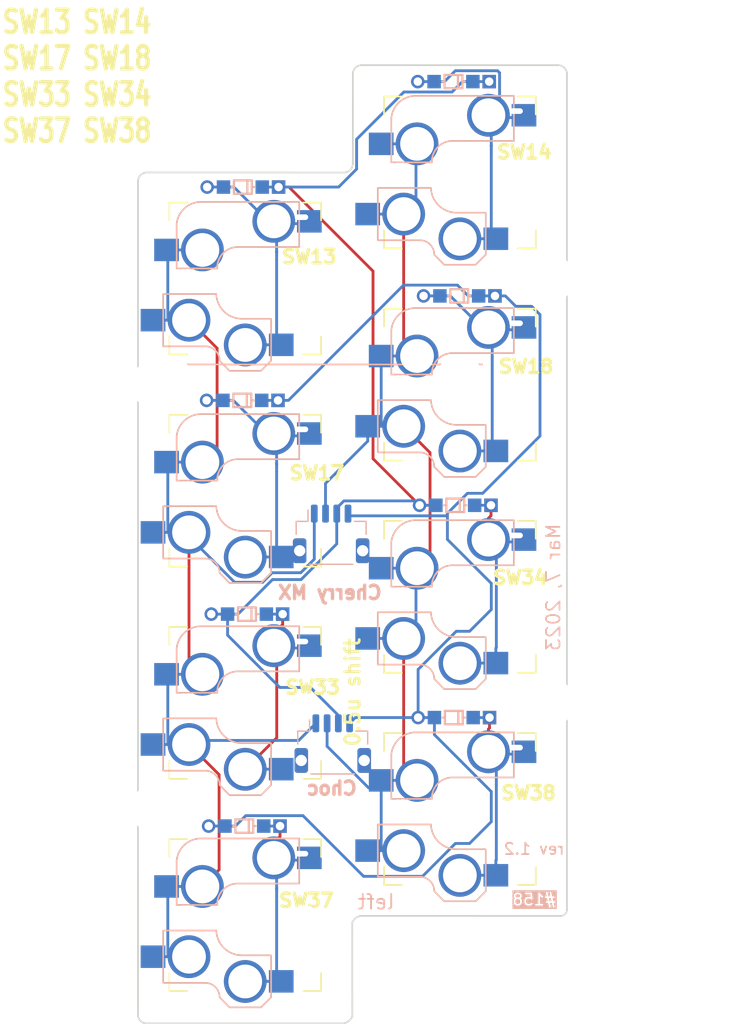
<source format=kicad_pcb>
(kicad_pcb (version 20221018) (generator pcbnew)
  (title_block (date "2023-01-26"))
  (layers (0 "F.Cu" signal) (31 "B.Cu" signal) (34 "B.Paste" user) (35 "F.Paste" user) (36 "B.SilkS" user "B.Silkscreen") (37 "F.SilkS" user "F.Silkscreen") (38 "B.Mask" user) (39 "F.Mask" user) (44 "Edge.Cuts" user))
  (net 0 "")
  (net 1 "PY4")
  (net 2 "Net-(D13-A)")
  (net 3 "Net-(D14-A)")
  (net 4 "PY5")
  (net 5 "Net-(D17-A)")
  (net 6 "Net-(D18-A)")
  (net 7 "Net-(D33-K)")
  (net 8 "Net-(D34-K)")
  (net 9 "Net-(D37-K)")
  (net 10 "Net-(D38-K)")
  (net 11 "PX1")
  (net 12 "PX2")
  (footprint "footprint:CherryMX_Choc_Hotswap_rev9_test" (layer "F.Cu") (at 35.818425 36.199675)
    (fp_text reference "SW13" hide)
    (fp_text value "SW_Push" hide)
  )
  (footprint "footprint:CherryMX_Choc_Hotswap_rev9_test" (layer "F.Cu") (at 54.908425 83.324675)
    (fp_text reference "SW38" hide)
    (fp_text value "SW_Push" hide)
  )
  (footprint "footprint:CherryMX_Choc_Hotswap_rev9_test" (layer "F.Cu") (at 35.818425 73.899675)
    (fp_text reference "SW33" hide)
    (fp_text value "SW_Push" hide)
  )
  (footprint "#footprint:M2_Nut_Hole_rev2" (layer "F.Cu") (at 62.128425 73.864675)
    (fp_text reference "H10")
    (fp_text value "MountingHole")
  )
  (footprint "footprint:CherryMX_Choc_Hotswap_rev9_test" (layer "F.Cu") (at 54.908425 45.624675)
    (fp_text reference "SW18" hide)
    (fp_text value "SW_Push" hide)
  )
  (footprint "footprint:diode_TH_SMD_rev3" (layer "F.Cu") (at 35.973425 66.014675 180)
    (fp_text reference "D33")
    (fp_text value "D" hide)
  )
  (footprint "footprint:CherryMX_Choc_Hotswap_rev9_test" (layer "F.Cu") (at 54.908425 64.474675)
    (fp_text reference "SW34" hide)
    (fp_text value "SW_Push" hide)
  )
  (footprint "footprint:CherryMX_Choc_Hotswap_rev9_test" (layer "F.Cu") (at 35.818425 92.749675)
    (fp_text reference "SW37" hide)
    (fp_text value "SW_Push" hide)
  )
  (footprint "footprint:diode_TH_SMD_rev3" (layer "F.Cu") (at 54.368425 75.204675 180)
    (fp_text reference "D38")
    (fp_text value "D" hide)
  )
  (footprint "#footprint:M2_Nut_Hole_rev2" (layer "F.Cu") (at 28.633425 45.599675)
    (fp_text reference "H12")
    (fp_text value "MountingHole")
  )
  (footprint "footprint:diode_TH_SMD_rev3" (layer "F.Cu") (at 35.738425 84.844675 180)
    (fp_text reference "D37")
    (fp_text value "D" hide)
  )
  (footprint "footprint:diode_TH_SMD_rev3" (layer "F.Cu") (at 54.498425 56.344675 180)
    (fp_text reference "D34")
    (fp_text value "D" hide)
  )
  (footprint "#footprint:M2_Nut_Hole_rev2" (layer "F.Cu") (at 28.608425 83.299675)
    (fp_text reference "H11")
    (fp_text value "MountingHole")
  )
  (footprint "footprint:diode_TH_SMD_rev3" (layer "F.Cu") (at 54.338425 18.704675 180)
    (fp_text reference "D14")
    (fp_text value "D" hide)
  )
  (footprint "footprint:diode_TH_SMD_rev3" (layer "F.Cu") (at 54.853425 37.744675 180)
    (fp_text reference "D18")
    (fp_text value "D" hide)
  )
  (footprint "footprint:CherryMX_Choc_Hotswap_rev9_test" (layer "F.Cu") (at 54.908425 26.774675)
    (fp_text reference "SW14" hide)
    (fp_text value "SW_Push" hide)
  )
  (footprint "footprint:diode_TH_SMD_rev3" (layer "F.Cu") (at 35.608425 28.074675 180)
    (fp_text reference "D13")
    (fp_text value "D" hide)
  )
  (footprint "footprint:diode_TH_SMD_rev3" (layer "F.Cu") (at 35.558425 47.024675 180)
    (fp_text reference "D17")
    (fp_text value "D" hide)
  )
  (footprint "#footprint:M2_Nut_Hole_rev2" (layer "F.Cu") (at 62.108425 36.184675)
    (fp_text reference "H9")
    (fp_text value "MountingHole")
  )
  (footprint "footprint:CherryMX_Choc_Hotswap_rev9_test" (layer "F.Cu") (at 35.818425 55.049675)
    (fp_text reference "SW17" hide)
    (fp_text value "SW_Push" hide)
  )
  (footprint "footprint:JST_SH_BM03B-SRSS-TB_1x04-1MP_P1.00mm_Vertical" (layer "B.Cu") (at 43.598425 77.514675)
    (fp_text reference "J8")
    (fp_text value "Conn_01x04")
  )
  (footprint "footprint:JST_SH_BM03B-SRSS-TB_1x04-1MP_P1.00mm_Vertical" (layer "B.Cu") (at 43.458425 58.884675)
    (fp_text reference "J9")
    (fp_text value "Conn_01x04")
  )
  (gr_line (start 26.717811 43.836917) (end 56.880387 43.836917) (stroke (width 0.15)) (layer "B.SilkS"))
  (gr_line (start 26.282538 27.550057) (end 26.281859 101.574912) (stroke (width 0.15)) (layer "Edge.Cuts"))
  (gr_line (start 27.049078 102.374675) (end 44.547771 102.374675) (stroke (width 0.15)) (layer "Edge.Cuts"))
  (gr_arc (start 27.049078 102.374674) (mid 26.493274 102.139981) (end 26.281859 101.574912) (stroke (width 0.15)) (layer "Edge.Cuts"))
  (gr_line (start 46.061224 92.821127) (end 63.918459 92.824675) (stroke (width 0.15)) (layer "Edge.Cuts"))
  (gr_arc (start 45.385932 18.035932) (mid 45.618429 17.474679) (end 46.179682 17.242182) (stroke (width 0.15)) (layer "Edge.Cuts"))
  (gr_arc (start 45.342346 101.766609) (mid 45.016175 102.163571) (end 44.547771 102.374674) (stroke (width 0.15)) (layer "Edge.Cuts"))
  (gr_arc (start 64.428061 92.288394) (mid 64.275114 92.653322) (end 63.918459 92.824675) (stroke (width 0.15)) (layer "Edge.Cuts"))
  (gr_line (start 64.428502 18.044345) (end 64.428061 92.288394) (stroke (width 0.15)) (layer "Edge.Cuts"))
  (gr_arc (start 45.388425 25.984675) (mid 45.176864 26.527843) (end 44.653579 26.784675) (stroke (width 0.15)) (layer "Edge.Cuts"))
  (gr_line (start 63.628425 17.244675) (end 46.179682 17.242182) (stroke (width 0.15)) (layer "Edge.Cuts"))
  (gr_arc (start 45.338425 93.414675) (mid 45.62924 93.031946) (end 46.061224 92.821127) (stroke (width 0.15)) (layer "Edge.Cuts"))
  (gr_line (start 45.338425 93.414675) (end 45.342346 101.766609) (stroke (width 0.15)) (layer "Edge.Cuts"))
  (gr_line (start 45.385932 18.035932) (end 45.388425 25.984675) (stroke (width 0.15)) (layer "Edge.Cuts"))
  (gr_arc (start 26.282538 27.550057) (mid 26.528426 26.994676) (end 27.095192 26.776307) (stroke (width 0.15)) (layer "Edge.Cuts"))
  (gr_arc (start 63.628425 17.244676) (mid 64.197444 17.480246) (end 64.445917 18.043757) (stroke (width 0.15)) (layer "Edge.Cuts"))
  (gr_line (start 44.653579 26.784675) (end 27.095192 26.776307) (stroke (width 0.15)) (layer "Edge.Cuts"))
  (gr_text "Mar 7, 2023" (at 63.218425 63.634675 90) (layer "B.SilkS") (effects (font (size 1.2 1.2)) (justify mirror)))
  (gr_text "Choc" (at 45.908425 82.184675) (layer "B.SilkS") (effects (font (size 1.2 1.2) (thickness 0.3) bold) (justify left bottom mirror)))
  (gr_text "Cherry MX" (at 48.118425 64.804675) (layer "B.SilkS") (effects (font (size 1.2 1.2) (thickness 0.3) bold) (justify left bottom mirror)))
  (gr_text "rev 1.2" (at 61.508425 86.874675) (layer "B.SilkS") (effects (font (size 1 1)) (justify mirror)))
  (gr_text "left" (at 49.218425 92.344675) (layer "B.SilkS") (effects (font (size 1.3 1.3) (thickness 0.1625)) (justify left bottom mirror)))
  (gr_text "#158" (at 61.508425 91.374675) (layer "B.SilkS" knockout) (effects (font (size 1 1)) (justify mirror)))
  (gr_text "SW14" (at 58.038425 25.664675) (layer "F.SilkS") (effects (font (size 1.2 1.2) (thickness 0.3) bold) (justify left bottom)))
  (gr_text "0.5u shift" (at 45.368425 72.954675 90) (layer "F.SilkS") (effects (font (size 1.3 1.3) (thickness 0.25))))
  (gr_text "SW37" (at 38.658425 92.154675) (layer "F.SilkS") (effects (font (size 1.2 1.2) (thickness 0.3) bold) (justify left bottom)))
  (gr_text "SW38" (at 58.418425 82.604675) (layer "F.SilkS") (effects (font (size 1.2 1.2) (thickness 0.3) bold) (justify left bottom)))
  (gr_text "SW13" (at 38.908425 34.964675) (layer "F.SilkS") (effects (font (size 1.2 1.2) (thickness 0.3) bold) (justify left bottom)))
  (gr_text "SW33" (at 39.218425 73.224675) (layer "F.SilkS") (effects (font (size 1.2 1.2) (thickness 0.3) bold) (justify left bottom)))
  (gr_text "SW18" (at 58.198425 44.714675) (layer "F.SilkS") (effects (font (size 1.2 1.2) (thickness 0.3) bold) (justify left bottom)))
  (gr_text "SW17" (at 39.588425 54.174675) (layer "F.SilkS") (effects (font (size 1.2 1.2) (thickness 0.3) bold) (justify left bottom)))
  (gr_text "SW13 SW14\nSW17 SW18\nSW33 SW34\nSW37 SW38" (at 14.04 24.24) (layer "F.SilkS") (effects (font (size 2 1.5) (thickness 0.375) bold) (justify left bottom)))
  (gr_text "SW34" (at 57.668425 63.474675) (layer "F.SilkS") (effects (font (size 1.2 1.2) (thickness 0.3) bold) (justify left bottom)))
  (segment (start 39.708525 28.074675) (end 47.184625 35.550775) (width 0.25) (layer "F.Cu") (net 1))
  (segment (start 38.783425 28.074675) (end 39.708525 28.074675) (width 0.25) (layer "F.Cu") (net 1))
  (segment (start 47.184625 52.205875) (end 51.323425 56.344675) (width 0.25) (layer "F.Cu") (net 1))
  (segment (start 47.184625 35.550775) (end 47.184625 52.205875) (width 0.25) (layer "F.Cu") (net 1))
  (segment (start 40.784125 62.944775) (end 43.958425 59.770475) (width 0.25) (layer "B.Cu") (net 1))
  (segment (start 44.121925 28.074675) (end 45.723625 26.472975) (width 0.25) (layer "B.Cu") (net 1))
  (segment (start 49.921625 19.629775) (end 54.213225 19.629775) (width 0.25) (layer "B.Cu") (net 1))
  (segment (start 34.248425 67.884475) (end 38.893125 72.529175) (width 0.25) (layer "B.Cu") (net 1))
  (segment (start 37.333425 28.074675) (end 38.783425 28.074675) (width 0.25) (layer "B.Cu") (net 1))
  (segment (start 38.783425 28.074675) (end 44.121925 28.074675) (width 0.25) (layer "B.Cu") (net 1))
  (segment (start 44.591125 55.955375) (end 43.958425 56.588075) (width 0.25) (layer "B.Cu") (net 1))
  (segment (start 55.600925 18.704675) (end 55.138325 18.704675) (width 0.25) (layer "B.Cu") (net 1))
  (segment (start 44.098425 75.009675) (end 44.098425 75.714675) (width 0.25) (layer "B.Cu") (net 1))
  (segment (start 35.173525 66.014675) (end 38.243425 62.944775) (width 0.25) (layer "B.Cu") (net 1))
  (segment (start 34.248425 66.014675) (end 35.173525 66.014675) (width 0.25) (layer "B.Cu") (net 1))
  (segment (start 45.723625 26.472975) (end 45.723625 23.827775) (width 0.25) (layer "B.Cu") (net 1))
  (segment (start 38.243425 62.944775) (end 40.784125 62.944775) (width 0.25) (layer "B.Cu") (net 1))
  (segment (start 43.958425 59.770475) (end 43.958425 57.084675) (width 0.25) (layer "B.Cu") (net 1))
  (segment (start 45.723625 23.827775) (end 49.921625 19.629775) (width 0.25) (layer "B.Cu") (net 1))
  (segment (start 55.600925 18.704675) (end 56.063425 18.704675) (width 0.25) (layer "B.Cu") (net 1))
  (segment (start 43.958425 56.588075) (end 43.958425 57.084675) (width 0.25) (layer "B.Cu") (net 1))
  (segment (start 34.248425 66.014675) (end 34.248425 67.884475) (width 0.25) (layer "B.Cu") (net 1))
  (segment (start 51.323425 56.344675) (end 52.773425 56.344675) (width 0.25) (layer "B.Cu") (net 1))
  (segment (start 32.798425 66.014675) (end 34.248425 66.014675) (width 0.25) (layer "B.Cu") (net 1))
  (segment (start 38.893125 72.529175) (end 41.617925 72.529175) (width 0.25) (layer "B.Cu") (net 1))
  (segment (start 56.063425 18.704675) (end 57.513425 18.704675) (width 0.25) (layer "B.Cu") (net 1))
  (segment (start 50.934125 55.955375) (end 44.591125 55.955375) (width 0.25) (layer "B.Cu") (net 1))
  (segment (start 54.213225 19.629775) (end 55.138325 18.704675) (width 0.25) (layer "B.Cu") (net 1))
  (segment (start 41.617925 72.529175) (end 44.098425 75.009675) (width 0.25) (layer "B.Cu") (net 1))
  (segment (start 51.323425 56.344675) (end 50.934125 55.955375) (width 0.25) (layer "B.Cu") (net 1))
  (segment (start 38.609625 33.803475) (end 38.609625 31.370875) (width 0.25) (layer "B.Cu") (net 2))
  (segment (start 38.609625 33.809075) (end 38.609625 33.806275) (width 0.25) (layer "B.Cu") (net 2))
  (segment (start 32.433425 28.074675) (end 33.883425 28.074675) (width 0.25) (layer "B.Cu") (net 2))
  (segment (start 38.609625 42.089675) (end 35.828425 42.089675) (width 0.25) (layer "B.Cu") (net 2))
  (segment (start 38.609625 42.089675) (end 38.609625 34.526575) (width 0.25) (layer "B.Cu") (net 2))
  (segment (start 37.853525 31.119675) (end 38.358425 31.119675) (width 0.25) (layer "B.Cu") (net 2))
  (segment (start 39.018425 42.089675) (end 38.609625 42.089675) (width 0.25) (layer "B.Cu") (net 2))
  (segment (start 34.808525 28.074675) (end 37.853525 31.119675) (width 0.25) (layer "B.Cu") (net 2))
  (segment (start 38.563425 31.324675) (end 41.406598 31.324675) (width 0.25) (layer "B.Cu") (net 2))
  (segment (start 38.609625 31.370875) (end 38.358425 31.119675) (width 0.25) (layer "B.Cu") (net 2))
  (segment (start 38.609625 33.804875) (end 38.609625 33.804175) (width 0.25) (layer "B.Cu") (net 2))
  (segment (start 38.609625 33.848575) (end 38.609625 33.825975) (width 0.25) (layer "B.Cu") (net 2))
  (segment (start 35.828425 42.089675) (end 35.818425 42.099675) (width 0.25) (layer "B.Cu") (net 2))
  (segment (start 38.609625 34.526575) (end 38.609625 34.164975) (width 0.25) (layer "B.Cu") (net 2))
  (segment (start 38.358425 31.119675) (end 38.563425 31.324675) (width 0.25) (layer "B.Cu") (net 2))
  (segment (start 38.609625 34.164975) (end 38.609625 33.984175) (width 0.25) (layer "B.Cu") (net 2))
  (segment (start 33.883425 28.074675) (end 34.808525 28.074675) (width 0.25) (layer "B.Cu") (net 2))
  (segment (start 38.609625 33.984175) (end 38.609625 33.893775) (width 0.25) (layer "B.Cu") (net 2))
  (segment (start 38.609625 33.806275) (end 38.609625 33.804875) (width 0.25) (layer "B.Cu") (net 2))
  (segment (start 38.609625 33.804175) (end 38.609625 33.803775) (width 0.25) (layer "B.Cu") (net 2))
  (segment (start 41.406598 31.324675) (end 41.565012 31.166261) (width 0.25) (layer "B.Cu") (net 2))
  (segment (start 38.609625 33.893775) (end 38.609625 33.848575) (width 0.25) (layer "B.Cu") (net 2))
  (segment (start 38.609625 33.803575) (end 38.609625 33.803475) (width 0.25) (layer "B.Cu") (net 2))
  (segment (start 38.609625 33.814675) (end 38.609625 33.809075) (width 0.25) (layer "B.Cu") (net 2))
  (segment (start 38.609625 33.803775) (end 38.609625 33.803575) (width 0.25) (layer "B.Cu") (net 2))
  (segment (start 38.609625 33.825975) (end 38.609625 33.814675) (width 0.25) (layer "B.Cu") (net 2))
  (segment (start 57.699625 24.378775) (end 57.699625 24.378575) (width 0.25) (layer "B.Cu") (net 3))
  (segment (start 51.163425 18.704675) (end 52.613425 18.704675) (width 0.25) (layer "B.Cu") (net 3))
  (segment (start 52.613425 18.704675) (end 53.538525 18.704675) (width 0.25) (layer "B.Cu") (net 3))
  (segment (start 60.496598 21.899675) (end 60.655012 21.741261) (width 0.25) (layer "B.Cu") (net 3))
  (segment (start 58.255725 17.740575) (end 58.438625 17.923475) (width 0.25) (layer "B.Cu") (net 3))
  (segment (start 57.699625 24.379875) (end 57.699625 24.379175) (width 0.25) (layer "B.Cu") (net 3))
  (segment (start 57.699625 24.379175) (end 57.699625 24.378775) (width 0.25) (layer "B.Cu") (net 3))
  (segment (start 54.918425 32.664675) (end 54.908425 32.674675) (width 0.25) (layer "B.Cu") (net 3))
  (segment (start 57.699625 24.389675) (end 57.699625 24.384075) (width 0.25) (layer "B.Cu") (net 3))
  (segment (start 57.699625 32.664675) (end 57.699625 25.101575) (width 0.25) (layer "B.Cu") (net 3))
  (segment (start 57.699625 24.378575) (end 57.699625 24.378475) (width 0.25) (layer "B.Cu") (net 3))
  (segment (start 57.653425 21.899675) (end 60.496598 21.899675) (width 0.25) (layer "B.Cu") (net 3))
  (segment (start 57.448425 21.694675) (end 57.653425 21.899675) (width 0.25) (layer "B.Cu") (net 3))
  (segment (start 58.108425 32.664675) (end 57.699625 32.664675) (width 0.25) (layer "B.Cu") (net 3))
  (segment (start 57.699625 24.378475) (end 57.699625 21.945875) (width 0.25) (layer "B.Cu") (net 3))
  (segment (start 57.699625 24.384075) (end 57.699625 24.381275) (width 0.25) (layer "B.Cu") (net 3))
  (segment (start 53.538525 18.704675) (end 54.502625 17.740575) (width 0.25) (layer "B.Cu") (net 3))
  (segment (start 57.699625 24.559175) (end 57.699625 24.468775) (width 0.25) (layer "B.Cu") (net 3))
  (segment (start 57.699625 32.664675) (end 54.918425 32.664675) (width 0.25) (layer "B.Cu") (net 3))
  (segment (start 58.438625 20.704475) (end 57.448425 21.694675) (width 0.25) (layer "B.Cu") (net 3))
  (segment (start 57.699625 21.945875) (end 57.448425 21.694675) (width 0.25) (layer "B.Cu") (net 3))
  (segment (start 57.699625 24.423575) (end 57.699625 24.400975) (width 0.25) (layer "B.Cu") (net 3))
  (segment (start 54.502625 17.740575) (end 58.255725 17.740575) (width 0.25) (layer "B.Cu") (net 3))
  (segment (start 57.699625 24.468775) (end 57.699625 24.423575) (width 0.25) (layer "B.Cu") (net 3))
  (segment (start 57.699625 25.101575) (end 57.699625 24.739975) (width 0.25) (layer "B.Cu") (net 3))
  (segment (start 57.699625 24.381275) (end 57.699625 24.379875) (width 0.25) (layer "B.Cu") (net 3))
  (segment (start 58.438625 17.923475) (end 58.438625 20.704475) (width 0.25) (layer "B.Cu") (net 3))
  (segment (start 57.699625 24.400975) (end 57.699625 24.389675) (width 0.25) (layer "B.Cu") (net 3))
  (segment (start 57.699625 24.739975) (end 57.699625 24.559175) (width 0.25) (layer "B.Cu") (net 3))
  (segment (start 52.643425 75.204675) (end 52.643425 76.727375) (width 0.25) (layer "B.Cu") (net 4))
  (segment (start 49.897625 36.785575) (end 39.658525 47.024675) (width 0.25) (layer "B.Cu") (net 4))
  (segment (start 56.578425 37.744675) (end 55.653325 37.744675) (width 0.25) (layer "B.Cu") (net 4))
  (segment (start 54.694225 36.785575) (end 49.897625 36.785575) (width 0.25) (layer "B.Cu") (net 4))
  (segment (start 51.193425 75.204675) (end 52.643425 75.204675) (width 0.25) (layer "B.Cu") (net 4))
  (segment (start 54.583025 67.540375) (end 55.768025 67.540375) (width 0.25) (layer "B.Cu") (net 4))
  (segment (start 55.653325 37.744675) (end 54.694225 36.785575) (width 0.25) (layer "B.Cu") (net 4))
  (segment (start 44.958425 57.084675) (end 45.155625 57.281875) (width 0.25) (layer "B.Cu") (net 4))
  (segment (start 52.643425 76.727375) (end 57.699625 81.783575) (width 0.25) (layer "B.Cu") (net 4))
  (segment (start 53.798825 57.060075) (end 55.578225 55.280675) (width 0.25) (layer "B.Cu") (net 4))
  (segment (start 35.863625 83.919575) (end 34.938525 84.844675) (width 0.25) (layer "B.Cu") (net 4))
  (segment (start 46.346325 89.309775) (end 40.956125 83.919575) (width 0.25) (layer "B.Cu") (net 4))
  (segment (start 55.578225 55.280675) (end 56.938025 55.280675) (width 0.25) (layer "B.Cu") (net 4))
  (segment (start 62.033625 50.185075) (end 62.033625 39.407775) (width 0.25) (layer "B.Cu") (net 4))
  (segment (start 45.155625 57.281875) (end 53.798825 57.281875) (width 0.25) (layer "B.Cu") (net 4))
  (segment (start 32.563425 84.844675) (end 34.013425 84.844675) (width 0.25) (layer "B.Cu") (net 4))
  (segment (start 54.503725 86.390375) (end 51.584325 89.309775) (width 0.25) (layer "B.Cu") (net 4))
  (segment (start 53.798825 59.381375) (end 53.798825 57.281875) (width 0.25) (layer "B.Cu") (net 4))
  (segment (start 57.700825 65.607575) (end 57.700825 63.283375) (width 0.25) (layer "B.Cu") (net 4))
  (segment (start 51.193425 75.204675) (end 51.193425 70.929975) (width 0.25) (layer "B.Cu") (net 4))
  (segment (start 45.608425 75.204675) (end 45.098425 75.714675) (width 0.25) (layer "B.Cu") (net 4))
  (segment (start 51.193425 70.929975) (end 54.583025 67.540375) (width 0.25) (layer "B.Cu") (net 4))
  (segment (start 55.767525 86.390375) (end 54.503725 86.390375) (width 0.25) (layer "B.Cu") (net 4))
  (segment (start 59.878625 38.669775) (end 58.953525 37.744675) (width 0.25) (layer "B.Cu") (net 4))
  (segment (start 53.798825 57.281875) (end 53.798825 57.060075) (width 0.25) (layer "B.Cu") (net 4))
  (segment (start 57.699625 84.458275) (end 55.767525 86.390375) (width 0.25) (layer "B.Cu") (net 4))
  (segment (start 51.584325 89.309775) (end 46.346325 89.309775) (width 0.25) (layer "B.Cu") (net 4))
  (segment (start 56.578425 37.744675) (end 58.028425 37.744675) (width 0.25) (layer "B.Cu") (net 4))
  (segment (start 51.193425 75.204675) (end 45.608425 75.204675) (width 0.25) (layer "B.Cu") (net 4))
  (segment (start 57.700825 63.283375) (end 53.798825 59.381375) (width 0.25) (layer "B.Cu") (net 4))
  (segment (start 56.938025 55.280675) (end 62.033625 50.185075) (width 0.25) (layer "B.Cu") (net 4))
  (segment (start 57.699625 81.783575) (end 57.699625 84.458275) (width 0.25) (layer "B.Cu") (net 4))
  (segment (start 38.733425 47.024675) (end 39.658525 47.024675) (width 0.25) (layer "B.Cu") (net 4))
  (segment (start 55.768025 67.540375) (end 57.700825 65.607575) (width 0.25) (layer "B.Cu") (net 4))
  (segment (start 40.956125 83.919575) (end 35.863625 83.919575) (width 0.25) (layer "B.Cu") (net 4))
  (segment (start 37.283425 47.024675) (end 38.733425 47.024675) (width 0.25) (layer "B.Cu") (net 4))
  (segment (start 58.028425 37.744675) (end 58.953525 37.744675) (width 0.25) (layer "B.Cu") (net 4))
  (segment (start 34.013425 84.844675) (end 34.938525 84.844675) (width 0.25) (layer "B.Cu") (net 4))
  (segment (start 61.295625 38.669775) (end 59.878625 38.669775) (width 0.25) (layer "B.Cu") (net 4))
  (segment (start 62.033625 39.407775) (end 61.295625 38.669775) (width 0.25) (layer "B.Cu") (net 4))
  (segment (start 38.609625 52.659075) (end 38.609625 52.656275) (width 0.25) (layer "B.Cu") (net 5))
  (segment (start 38.609625 52.834175) (end 38.609625 52.743775) (width 0.25) (layer "B.Cu") (net 5))
  (segment (start 38.609625 60.939675) (end 38.609625 53.376575) (width 0.25) (layer "B.Cu") (net 5))
  (segment (start 38.609625 52.675975) (end 38.609625 52.664675) (width 0.25) (layer "B.Cu") (net 5))
  (segment (start 38.609625 52.656275) (end 38.609625 52.654875) (width 0.25) (layer "B.Cu") (net 5))
  (segment (start 38.609625 52.743775) (end 38.609625 52.698575) (width 0.25) (layer "B.Cu") (net 5))
  (segment (start 33.833425 47.024675) (end 34.758525 47.024675) (width 0.25) (layer "B.Cu") (net 5))
  (segment (start 38.609625 52.654175) (end 38.609625 52.653775) (width 0.25) (layer "B.Cu") (net 5))
  (segment (start 35.828425 60.939675) (end 35.818425 60.949675) (width 0.25) (layer "B.Cu") (net 5))
  (segment (start 38.609625 60.939675) (end 35.828425 60.939675) (width 0.25) (layer "B.Cu") (net 5))
  (segment (start 38.563425 50.174675) (end 41.406598 50.174675) (width 0.25) (layer "B.Cu") (net 5))
  (segment (start 32.383425 47.024675) (end 33.833425 47.024675) (width 0.25) (layer "B.Cu") (net 5))
  (segment (start 38.609625 52.698575) (end 38.609625 52.675975) (width 0.25) (layer "B.Cu") (net 5))
  (segment (start 38.609625 53.376575) (end 38.609625 53.014975) (width 0.25) (layer "B.Cu") (net 5))
  (segment (start 38.609625 52.653775) (end 38.609625 52.653575) (width 0.25) (layer "B.Cu") (net 5))
  (segment (start 39.018425 60.939675) (end 38.609625 60.939675) (width 0.25) (layer "B.Cu") (net 5))
  (segment (start 41.406598 50.174675) (end 41.565012 50.016261) (width 0.25) (layer "B.Cu") (net 5))
  (segment (start 38.609625 52.654875) (end 38.609625 52.654175) (width 0.25) (layer "B.Cu") (net 5))
  (segment (start 38.609625 53.014975) (end 38.609625 52.834175) (width 0.25) (layer "B.Cu") (net 5))
  (segment (start 38.358425 49.969675) (end 38.563425 50.174675) (width 0.25) (layer "B.Cu") (net 5))
  (segment (start 38.609625 50.220875) (end 38.358425 49.969675) (width 0.25) (layer "B.Cu") (net 5))
  (segment (start 34.758525 47.024675) (end 37.703525 49.969675) (width 0.25) (layer "B.Cu") (net 5))
  (segment (start 38.609625 52.653575) (end 38.609625 52.653475) (width 0.25) (layer "B.Cu") (net 5))
  (segment (start 38.609625 52.664675) (end 38.609625 52.659075) (width 0.25) (layer "B.Cu") (net 5))
  (segment (start 37.703525 49.969675) (end 38.358425 49.969675) (width 0.25) (layer "B.Cu") (net 5))
  (segment (start 38.609625 52.653475) (end 38.609625 50.220875) (width 0.25) (layer "B.Cu") (net 5))
  (segment (start 53.128425 37.744675) (end 54.053525 37.744675) (width 0.25) (layer "B.Cu") (net 6))
  (segment (start 57.783425 43.192475) (end 57.783425 43.168575) (width 0.25) (layer "B.Cu") (net 6))
  (segment (start 57.783425 43.168575) (end 57.783425 43.156575) (width 0.25) (layer "B.Cu") (net 6))
  (segment (start 57.783425 40.879675) (end 57.448425 40.544675) (width 0.25) (layer "B.Cu") (net 6))
  (segment (start 57.448425 40.544675) (end 57.653425 40.749675) (width 0.25) (layer "B.Cu") (net 6))
  (segment (start 57.783425 43.146075) (end 57.783425 43.145375) (width 0.25) (layer "B.Cu") (net 6))
  (segment (start 57.783425 43.335875) (end 57.783425 43.240275) (width 0.25) (layer "B.Cu") (net 6))
  (segment (start 58.108425 51.514675) (end 57.783425 51.514675) (width 0.25) (layer "B.Cu") (net 6))
  (segment (start 56.853525 40.544675) (end 57.448425 40.544675) (width 0.25) (layer "B.Cu") (net 6))
  (segment (start 56.673325 51.524675) (end 56.683325 51.514675) (width 0.25) (layer "B.Cu") (net 6))
  (segment (start 57.783425 43.145375) (end 57.783425 43.144975) (width 0.25) (layer "B.Cu") (net 6))
  (segment (start 57.783425 43.909675) (end 57.783425 43.527175) (width 0.25) (layer "B.Cu") (net 6))
  (segment (start 57.783425 43.144675) (end 57.783425 40.879675) (width 0.25) (layer "B.Cu") (net 6))
  (segment (start 57.783425 43.240275) (end 57.783425 43.192475) (width 0.25) (layer "B.Cu") (net 6))
  (segment (start 57.783425 43.144775) (end 57.783425 43.144675) (width 0.25) (layer "B.Cu") (net 6))
  (segment (start 60.496598 40.749675) (end 60.655012 40.591261) (width 0.25) (layer "B.Cu") (net 6))
  (segment (start 54.053525 37.744675) (end 56.853525 40.544675) (width 0.25) (layer "B.Cu") (net 6))
  (segment (start 51.678425 37.744675) (end 53.128425 37.744675) (width 0.25) (layer "B.Cu") (net 6))
  (segment (start 54.908425 51.524675) (end 56.673325 51.524675) (width 0.25) (layer "B.Cu") (net 6))
  (segment (start 57.783425 51.514675) (end 56.683325 51.514675) (width 0.25) (layer "B.Cu") (net 6))
  (segment (start 57.783425 43.527175) (end 57.783425 43.335875) (width 0.25) (layer "B.Cu") (net 6))
  (segment (start 57.783425 43.156575) (end 57.783425 43.150575) (width 0.25) (layer "B.Cu") (net 6))
  (segment (start 57.783425 51.514675) (end 57.783425 43.909675) (width 0.25) (layer "B.Cu") (net 6))
  (segment (start 57.783425 43.147575) (end 57.783425 43.146075) (width 0.25) (layer "B.Cu") (net 6))
  (segment (start 57.783425 43.150575) (end 57.783425 43.147575) (width 0.25) (layer "B.Cu") (net 6))
  (segment (start 57.783425 43.144975) (end 57.783425 43.144775) (width 0.25) (layer "B.Cu") (net 6))
  (segment (start 57.653425 40.749675) (end 60.496598 40.749675) (width 0.25) (layer "B.Cu") (net 6))
  (segment (start 38.620725 76.997375) (end 38.620725 69.081975) (width 0.25) (layer "F.Cu") (net 7))
  (segment (start 38.620725 69.081975) (end 38.358425 68.819675) (width 0.25) (layer "F.Cu") (net 7))
  (segment (start 39.148425 66.939775) (end 38.358425 67.729775) (width 0.25) (layer "F.Cu") (net 7))
  (segment (start 38.358425 67.729775) (end 38.358425 68.819675) (width 0.25) (layer "F.Cu") (net 7))
  (segment (start 39.148425 66.014675) (end 39.148425 66.939775) (width 0.25) (layer "F.Cu") (net 7))
  (segment (start 35.818425 79.799675) (end 38.620725 76.997375) (width 0.25) (layer "F.Cu") (net 7))
  (segment (start 41.406598 69.024675) (end 41.565012 68.866261) (width 0.25) (layer "B.Cu") (net 7))
  (segment (start 38.358425 68.819675) (end 38.563425 69.024675) (width 0.25) (layer "B.Cu") (net 7))
  (segment (start 37.698425 66.014675) (end 39.148425 66.014675) (width 0.25) (layer "B.Cu") (net 7))
  (segment (start 38.563425 69.024675) (end 41.406598 69.024675) (width 0.25) (layer "B.Cu") (net 7))
  (segment (start 39.018425 79.789675) (end 35.828425 79.789675) (width 0.25) (layer "B.Cu") (net 7))
  (segment (start 35.828425 79.789675) (end 35.818425 79.799675) (width 0.25) (layer "B.Cu") (net 7))
  (segment (start 57.673425 56.344675) (end 57.673425 57.269775) (width 0.25) (layer "F.Cu") (net 8))
  (segment (start 57.448425 57.494775) (end 57.448425 59.394675) (width 0.25) (layer "F.Cu") (net 8))
  (segment (start 57.673425 57.269775) (end 57.448425 57.494775) (width 0.25) (layer "F.Cu") (net 8))
  (segment (start 57.448425 59.394675) (end 57.653425 59.599675) (width 0.25) (layer "B.Cu") (net 8))
  (segment (start 58.150925 60.097175) (end 57.448425 59.394675) (width 0.25) (layer "B.Cu") (net 8))
  (segment (start 58.108425 70.364675) (end 58.108425 69.039575) (width 0.25) (layer "B.Cu") (net 8))
  (segment (start 58.108425 70.364675) (end 54.918425 70.364675) (width 0.25) (layer "B.Cu") (net 8))
  (segment (start 58.150925 61.627175) (end 58.150925 60.097175) (width 0.25) (layer "B.Cu") (net 8))
  (segment (start 58.150925 61.627575) (end 58.150925 61.627375) (width 0.25) (layer "B.Cu") (net 8))
  (segment (start 58.150925 61.630575) (end 58.150925 61.628875) (width 0.25) (layer "B.Cu") (net 8))
  (segment (start 56.223425 56.344675) (end 57.673425 56.344675) (width 0.25) (layer "B.Cu") (net 8))
  (segment (start 60.496598 59.599675) (end 60.655012 59.441261) (width 0.25) (layer "B.Cu") (net 8))
  (segment (start 58.150925 61.738875) (end 58.150925 61.682975) (width 0.25) (layer "B.Cu") (net 8))
  (segment (start 58.150925 62.521175) (end 58.150925 62.074175) (width 0.25) (layer "B.Cu") (net 8))
  (segment (start 58.150925 61.628875) (end 58.150925 61.627975) (width 0.25) (layer "B.Cu") (net 8))
  (segment (start 58.150925 61.627975) (end 58.150925 61.627575) (width 0.25) (layer "B.Cu") (net 8))
  (segment (start 58.150925 62.074175) (end 58.150925 61.850675) (width 0.25) (layer "B.Cu") (net 8))
  (segment (start 58.150925 61.850675) (end 58.150925 61.738875) (width 0.25) (layer "B.Cu") (net 8))
  (segment (start 58.150925 61.627375) (end 58.150925 61.627275) (width 0.25) (layer "B.Cu") (net 8))
  (segment (start 58.150925 61.627275) (end 58.150925 61.627175) (width 0.25) (layer "B.Cu") (net 8))
  (segment (start 58.150925 61.634075) (end 58.150925 61.630575) (width 0.25) (layer "B.Cu") (net 8))
  (segment (start 58.150925 68.997075) (end 58.150925 62.521175) (width 0.25) (layer "B.Cu") (net 8))
  (segment (start 58.150925 61.641075) (end 58.150925 61.634075) (width 0.25) (layer "B.Cu") (net 8))
  (segment (start 58.108425 69.039575) (end 58.150925 68.997075) (width 0.25) (layer "B.Cu") (net 8))
  (segment (start 58.150925 61.655075) (end 58.150925 61.641075) (width 0.25) (layer "B.Cu") (net 8))
  (segment (start 54.918425 70.364675) (end 54.908425 70.374675) (width 0.25) (layer "B.Cu") (net 8))
  (segment (start 58.150925 61.682975) (end 58.150925 61.655075) (width 0.25) (layer "B.Cu") (net 8))
  (segment (start 57.653425 59.599675) (end 60.496598 59.599675) (width 0.25) (layer "B.Cu") (net 8))
  (segment (start 38.913425 85.769775) (end 38.358425 86.324775) (width 0.25) (layer "F.Cu") (net 9))
  (segment (start 38.913425 84.844675) (end 38.913425 85.769775) (width 0.25) (layer "F.Cu") (net 9))
  (segment (start 38.358425 86.324775) (end 38.358425 87.669675) (width 0.25) (layer "F.Cu") (net 9))
  (segment (start 38.610825 91.075975) (end 38.610825 90.714075) (width 0.25) (layer "B.Cu") (net 9))
  (segment (start 38.610825 90.374875) (end 38.610825 90.363575) (width 0.25) (layer "B.Cu") (net 9))
  (segment (start 38.610825 90.352275) (end 38.610825 87.922075) (width 0.25) (layer "B.Cu") (net 9))
  (segment (start 38.610825 90.352575) (end 38.610825 90.352375) (width 0.25) (layer "B.Cu") (net 9))
  (segment (start 38.358425 87.669675) (end 38.563425 87.874675) (width 0.25) (layer "B.Cu") (net 9))
  (segment (start 38.610825 90.397475) (end 38.610825 90.374875) (width 0.25) (layer "B.Cu") (net 9))
  (segment (start 38.610825 90.533175) (end 38.610825 90.442675) (width 0.25) (layer "B.Cu") (net 9))
  (segment (start 38.610825 90.442675) (end 38.610825 90.397475) (width 0.25) (layer "B.Cu") (net 9))
  (segment (start 38.610825 90.355075) (end 38.610825 90.353675) (width 0.25) (layer "B.Cu") (net 9))
  (segment (start 38.610825 90.714075) (end 38.610825 90.533175) (width 0.25) (layer "B.Cu") (net 9))
  (segment (start 38.610825 98.639675) (end 38.610825 91.075975) (width 0.25) (layer "B.Cu") (net 9))
  (segment (start 38.610825 90.353675) (end 38.610825 90.352975) (width 0.25) (layer "B.Cu") (net 9))
  (segment (start 35.828425 98.639675) (end 35.818425 98.649675) (width 0.25) (layer "B.Cu") (net 9))
  (segment (start 38.563425 87.874675) (end 41.406598 87.874675) (width 0.25) (layer "B.Cu") (net 9))
  (segment (start 38.610825 98.639675) (end 35.828425 98.639675) (width 0.25) (layer "B.Cu") (net 9))
  (segment (start 38.610825 90.357875) (end 38.610825 90.355075) (width 0.25) (layer "B.Cu") (net 9))
  (segment (start 38.610825 90.352975) (end 38.610825 90.352575) (width 0.25) (layer "B.Cu") (net 9))
  (segment (start 38.610825 90.363575) (end 38.610825 90.357875) (width 0.25) (layer "B.Cu") (net 9))
  (segment (start 39.018425 98.639675) (end 38.610825 98.639675) (width 0.25) (layer "B.Cu") (net 9))
  (segment (start 37.463425 84.844675) (end 38.913425 84.844675) (width 0.25) (layer "B.Cu") (net 9))
  (segment (start 38.610825 87.922075) (end 38.358425 87.669675) (width 0.25) (layer "B.Cu") (net 9))
  (segment (start 38.610825 90.352375) (end 38.610825 90.352275) (width 0.25) (layer "B.Cu") (net 9))
  (segment (start 41.406598 87.874675) (end 41.565012 87.716261) (width 0.25) (layer "B.Cu") (net 9))
  (segment (start 57.448425 76.224775) (end 57.448425 78.244675) (width 0.25) (layer "F.Cu") (net 10))
  (segment (start 57.543425 75.204675) (end 57.543425 76.129775) (width 0.25) (layer "F.Cu") (net 10))
  (segment (start 57.543425 76.129775) (end 57.448425 76.224775) (width 0.25) (layer "F.Cu") (net 10))
  (segment (start 58.149725 80.657975) (end 58.149725 80.568175) (width 0.25) (layer "B.Cu") (net 10))
  (segment (start 58.149725 80.479775) (end 58.149725 80.479075) (width 0.25) (layer "B.Cu") (net 10))
  (segment (start 56.093425 75.204675) (end 57.543425 75.204675) (width 0.25) (layer "B.Cu") (net 10))
  (segment (start 58.149725 80.568175) (end 58.149725 80.523275) (width 0.25) (layer "B.Cu") (net 10))
  (segment (start 58.149725 80.481175) (end 58.149725 80.479775) (width 0.25) (layer "B.Cu") (net 10))
  (segment (start 54.918425 89.214675) (end 54.908425 89.224675) (width 0.25) (layer "B.Cu") (net 10))
  (segment (start 58.149725 80.837575) (end 58.149725 80.657975) (width 0.25) (layer "B.Cu") (net 10))
  (segment (start 58.149725 80.479075) (end 58.149725 80.478675) (width 0.25) (layer "B.Cu") (net 10))
  (segment (start 58.149725 80.478675) (end 58.149725 80.478475) (width 0.25) (layer "B.Cu") (net 10))
  (segment (start 58.108425 89.214675) (end 54.918425 89.214675) (width 0.25) (layer "B.Cu") (net 10))
  (segment (start 58.149725 87.848275) (end 58.149725 81.196875) (width 0.25) (layer "B.Cu") (net 10))
  (segment (start 58.149725 80.483975) (end 58.149725 80.481175) (width 0.25) (layer "B.Cu") (net 10))
  (segment (start 58.149725 81.196875) (end 58.149725 80.837575) (width 0.25) (layer "B.Cu") (net 10))
  (segment (start 58.108425 89.214675) (end 58.108425 87.889575) (width 0.25) (layer "B.Cu") (net 10))
  (segment (start 58.149725 80.500775) (end 58.149725 80.489575) (width 0.25) (layer "B.Cu") (net 10))
  (segment (start 58.108425 87.889575) (end 58.149725 87.848275) (width 0.25) (layer "B.Cu") (net 10))
  (segment (start 57.448425 78.244675) (end 57.653425 78.449675) (width 0.25) (layer "B.Cu") (net 10))
  (segment (start 58.149725 80.478375) (end 58.149725 78.945975) (width 0.25) (layer "B.Cu") (net 10))
  (segment (start 57.653425 78.449675) (end 60.496598 78.449675) (width 0.25) (layer "B.Cu") (net 10))
  (segment (start 60.496598 78.449675) (end 60.655012 78.291261) (width 0.25) (layer "B.Cu") (net 10))
  (segment (start 58.149725 80.478475) (end 58.149725 80.478375) (width 0.25) (layer "B.Cu") (net 10))
  (segment (start 58.149725 80.523275) (end 58.149725 80.500775) (width 0.25) (layer "B.Cu") (net 10))
  (segment (start 58.149725 78.945975) (end 57.448425 78.244675) (width 0.25) (layer "B.Cu") (net 10))
  (segment (start 58.149725 80.489575) (end 58.149725 80.483975) (width 0.25) (layer "B.Cu") (net 10))
  (segment (start 30.818425 39.899675) (end 33.314825 42.396075) (width 0.25) (layer "F.Cu") (net 11))
  (segment (start 33.494125 88.723975) (end 33.494125 80.275375) (width 0.25) (layer "F.Cu") (net 11))
  (segment (start 33.314825 51.203275) (end 32.008425 52.509675) (width 0.25) (layer "F.Cu") (net 11))
  (segment (start 33.494125 80.275375) (end 30.818425 77.599675) (width 0.25) (layer "F.Cu") (net 11))
  (segment (start 30.818425 58.749675) (end 30.818425 70.169675) (width 0.25) (layer "F.Cu") (net 11))
  (segment (start 33.314825 42.396075) (end 33.314825 51.203275) (width 0.25) (layer "F.Cu") (net 11))
  (segment (start 30.818425 70.169675) (end 32.008425 71.359675) (width 0.25) (layer "F.Cu") (net 11))
  (segment (start 32.008425 90.209675) (end 33.494125 88.723975) (width 0.25) (layer "F.Cu") (net 11))
  (segment (start 28.932425 71.359675) (end 28.818425 71.359675) (width 0.25) (layer "B.Cu") (net 11))
  (segment (start 32.008425 71.359675) (end 28.932425 71.359675) (width 0.25) (layer "B.Cu") (net 11))
  (segment (start 32.008425 90.209675) (end 28.932425 90.209675) (width 0.25) (layer "B.Cu") (net 11))
  (segment (start 28.932425 58.749675) (end 27.618425 58.749675) (width 0.25) (layer "B.Cu") (net 11))
  (segment (start 40.574525 77.238575) (end 42.098425 75.714675) (width 0.25) (layer "B.Cu") (net 11))
  (segment (start 40.756925 62.335375) (end 38.216125 62.335375) (width 0.25) (layer "B.Cu") (net 11))
  (segment (start 30.818425 58.749675) (end 28.932425 58.749675) (width 0.25) (layer "B.Cu") (net 11))
  (segment (start 28.932425 52.509675) (end 28.932425 58.749675) (width 0.25) (layer "B.Cu") (net 11))
  (segment (start 30.818425 59.128775) (end 30.818425 58.749675) (width 0.25) (layer "B.Cu") (net 11))
  (segment (start 28.932425 33.659675) (end 28.818425 33.659675) (width 0.25) (layer "B.Cu") (net 11))
  (segment (start 41.958425 57.084675) (end 41.958425 61.133875) (width 0.25) (layer "B.Cu") (net 11))
  (segment (start 28.932425 96.449675) (end 27.618425 96.449675) (width 0.25) (layer "B.Cu") (net 11))
  (segment (start 28.932425 52.509675) (end 28.818425 52.509675) (width 0.25) (layer "B.Cu") (net 11))
  (segment (start 30.818425 77.599675) (end 28.932425 77.599675) (width 0.25) (layer "B.Cu") (net 11))
  (segment (start 28.932425 90.209675) (end 28.932425 96.449675) (width 0.25) (layer "B.Cu") (net 11))
  (segment (start 28.932425 90.209675) (end 28.818425 90.209675) (width 0.25) (layer "B.Cu") (net 11))
  (segment (start 31.179525 77.238575) (end 40.574525 77.238575) (width 0.25) (layer "B.Cu") (net 11))
  (segment (start 37.364725 63.186775) (end 34.876425 63.186775) (width 0.25) (layer "B.Cu") (net 11))
  (segment (start 41.958425 61.133875) (end 40.756925 62.335375) (width 0.25) (layer "B.Cu") (net 11))
  (segment (start 28.932425 33.659675) (end 28.932425 39.899675) (width 0.25) (layer "B.Cu") (net 11))
  (segment (start 30.818425 39.899675) (end 28.932425 39.899675) (width 0.25) (layer "B.Cu") (net 11))
  (segment (start 32.008425 33.659675) (end 28.932425 33.659675) (width 0.25) (layer "B.Cu") (net 11))
  (segment (start 28.932425 39.899675) (end 27.618425 39.899675) (width 0.25) (layer "B.Cu") (net 11))
  (segment (start 28.932425 77.599675) (end 27.618425 77.599675) (width 0.25) (layer "B.Cu") (net 11))
  (segment (start 30.818425 96.449675) (end 28.932425 96.449675) (width 0.25) (layer "B.Cu") (net 11))
  (segment (start 38.216125 62.335375) (end 37.364725 63.186775) (width 0.25) (layer "B.Cu") (net 11))
  (segment (start 34.876425 63.186775) (end 30.818425 59.128775) (width 0.25) (layer "B.Cu") (net 11))
  (segment (start 32.008425 52.509675) (end 28.932425 52.509675) (width 0.25) (layer "B.Cu") (net 11))
  (segment (start 28.932425 71.359675) (end 28.932425 77.599675) (width 0.25) (layer "B.Cu") (net 11))
  (segment (start 30.818425 77.599675) (end 31.179525 77.238575) (width 0.25) (layer "B.Cu") (net 11))
  (segment (start 49.908425 41.894675) (end 51.098425 43.084675) (width 0.25) (layer "F.Cu") (net 12))
  (segment (start 49.908425 30.474675) (end 49.908425 41.894675) (width 0.25) (layer "F.Cu") (net 12))
  (segment (start 49.908425 79.594675) (end 49.908425 68.174675) (width 0.25) (layer "F.Cu") (net 12))
  (segment (start 52.253125 60.779975) (end 51.098425 61.934675) (width 0.25) (layer "F.Cu") (net 12))
  (segment (start 52.253125 51.669375) (end 52.253125 60.779975) (width 0.25) (layer "F.Cu") (net 12))
  (segment (start 51.098425 80.784675) (end 49.908425 79.594675) (width 0.25) (layer "F.Cu") (net 12))
  (segment (start 49.908425 49.324675) (end 52.253125 51.669375) (width 0.25) (layer "F.Cu") (net 12))
  (segment (start 51.003625 24.234675) (end 51.003625 29.379475) (width 0.25) (layer "B.Cu") (net 12))
  (segment (start 49.908425 30.474675) (end 46.708425 30.474675) (width 0.25) (layer "B.Cu") (net 12))
  (segment (start 47.908425 43.084675) (end 51.098425 43.084675) (width 0.25) (layer "B.Cu") (net 12))
  (segment (start 46.708425 49.324675) (end 46.708425 50.649775) (width 0.25) (layer "B.Cu") (net 12))
  (segment (start 51.003625 61.934675) (end 51.098425 61.934675) (width 0.25) (layer "B.Cu") (net 12))
  (segment (start 51.003625 24.234675) (end 51.098425 24.234675) (width 0.25) (layer "B.Cu") (net 12))
  (segment (start 47.908425 49.324675) (end 47.908425 43.084675) (width 0.25) (layer "B.Cu") (net 12))
  (segment (start 51.098425 80.784675) (end 47.908425 80.784675) (width 0.25) (layer "B.Cu") (net 12))
  (segment (start 51.003625 61.934675) (end 47.908425 61.934675) (width 0.25) (layer "B.Cu") (net 12))
  (segment (start 49.908425 87.024675) (end 47.908425 87.024675) (width 0.25) (layer "B.Cu") (net 12))
  (segment (start 47.908425 81.447175) (end 46.785725 81.447175) (width 0.25) (layer "B.Cu") (net 12))
  (segment (start 46.708425 50.649775) (end 42.958425 54.399775) (width 0.25) (layer "B.Cu") (net 12))
  (segment (start 47.908425 80.784675) (end 47.908425 81.447175) (width 0.25) (layer "B.Cu") (net 12))
  (segment (start 47.908425 82.109775) (end 47.908425 87.024675) (width 0.25) (layer "B.Cu") (net 12))
  (segment (start 51.003625 67.079475) (end 49.908425 68.174675) (width 0.25) (layer "B.Cu") (net 12))
  (segment (start 49.908425 68.174675) (end 46.708425 68.174675) (width 0.25) (layer "B.Cu") (net 12))
  (segment (start 51.003625 61.934675) (end 51.003625 67.079475) (width 0.25) (layer "B.Cu") (net 12))
  (segment (start 47.908425 81.447175) (end 47.908425 82.109775) (width 0.25) (layer "B.Cu") (net 12))
  (segment (start 43.098425 77.759875) (end 43.098425 75.714675) (width 0.25) (layer "B.Cu") (net 12))
  (segment (start 46.708425 49.324675) (end 47.908425 49.324675) (width 0.25) (layer "B.Cu") (net 12))
  (segment (start 47.908425 49.324675) (end 49.908425 49.324675) (width 0.25) (layer "B.Cu") (net 12))
  (segment (start 46.785725 81.447175) (end 43.098425 77.759875) (width 0.25) (layer "B.Cu") (net 12))
  (segment (start 47.908425 87.024675) (end 46.708425 87.024675) (width 0.25) (layer "B.Cu") (net 12))
  (segment (start 42.958425 54.399775) (end 42.958425 57.084675) (width 0.25) (layer "B.Cu") (net 12))
  (segment (start 51.003625 29.379475) (end 49.908425 30.474675) (width 0.25) (layer "B.Cu") (net 12))
  (segment (start 47.908425 24.234675) (end 51.003625 24.234675) (width 0.25) (layer "B.Cu") (net 12))
)
</source>
